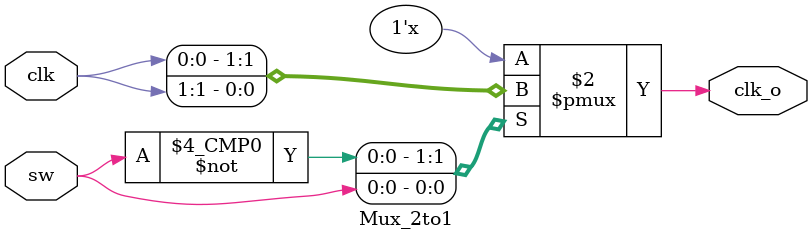
<source format=v>
/*module Mux_2to1( 

	input wire clk_2hz, clk_10hz,
	input wire sw,
	output reg clk_o

					);

	always @(clk_2hz, clk_10hz, sw)
		case (sw)
			0: clk_o <= clk_2hz;
			1: clk_o <= clk_10hz;
		endcase
		
endmodule*/

module Mux_2to1
( input wire [1:0] clk,
input wire sw,
output reg clk_o
);	
// signal declaration
// clk_o ;
	always @(clk,sw)
	case (sw)
	0: clk_o <= clk[0];
	1: clk_o <= clk[1];
	endcase
endmodule
</source>
